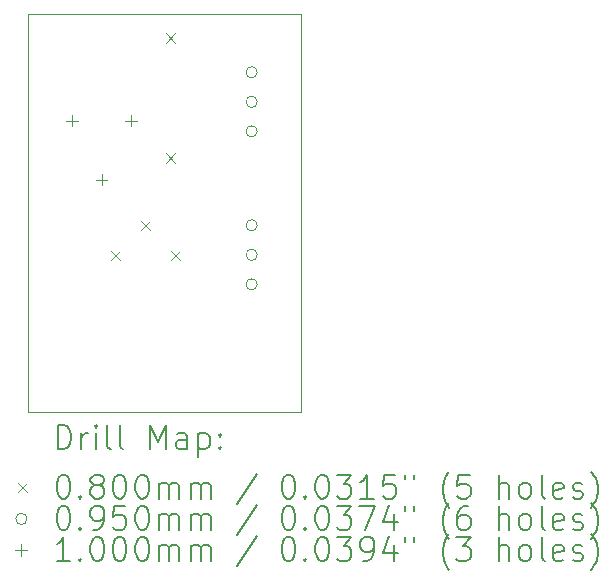
<source format=gbr>
%TF.GenerationSoftware,KiCad,Pcbnew,7.0.9*%
%TF.CreationDate,2024-01-10T21:16:13+01:00*%
%TF.ProjectId,TemperatureLM135,54656d70-6572-4617-9475-72654c4d3133,1.3*%
%TF.SameCoordinates,Original*%
%TF.FileFunction,Drillmap*%
%TF.FilePolarity,Positive*%
%FSLAX45Y45*%
G04 Gerber Fmt 4.5, Leading zero omitted, Abs format (unit mm)*
G04 Created by KiCad (PCBNEW 7.0.9) date 2024-01-10 21:16:13*
%MOMM*%
%LPD*%
G01*
G04 APERTURE LIST*
%ADD10C,0.100000*%
%ADD11C,0.200000*%
G04 APERTURE END LIST*
D10*
X5555150Y-1562100D02*
X7866550Y-1562100D01*
X7866550Y-4927600D01*
X5555150Y-4927600D01*
X5555150Y-1562100D01*
D11*
D10*
X6259200Y-3566800D02*
X6339200Y-3646800D01*
X6339200Y-3566800D02*
X6259200Y-3646800D01*
X6513200Y-3312800D02*
X6593200Y-3392800D01*
X6593200Y-3312800D02*
X6513200Y-3392800D01*
X6726350Y-1723300D02*
X6806350Y-1803300D01*
X6806350Y-1723300D02*
X6726350Y-1803300D01*
X6726350Y-2739300D02*
X6806350Y-2819300D01*
X6806350Y-2739300D02*
X6726350Y-2819300D01*
X6767200Y-3566800D02*
X6847200Y-3646800D01*
X6847200Y-3566800D02*
X6767200Y-3646800D01*
X7499650Y-2055400D02*
G75*
G03*
X7499650Y-2055400I-47500J0D01*
G01*
X7499650Y-2305400D02*
G75*
G03*
X7499650Y-2305400I-47500J0D01*
G01*
X7499650Y-2555400D02*
G75*
G03*
X7499650Y-2555400I-47500J0D01*
G01*
X7499650Y-3350800D02*
G75*
G03*
X7499650Y-3350800I-47500J0D01*
G01*
X7499650Y-3600800D02*
G75*
G03*
X7499650Y-3600800I-47500J0D01*
G01*
X7499650Y-3850800D02*
G75*
G03*
X7499650Y-3850800I-47500J0D01*
G01*
X5930900Y-2413800D02*
X5930900Y-2513800D01*
X5880900Y-2463800D02*
X5980900Y-2463800D01*
X6180900Y-2913800D02*
X6180900Y-3013800D01*
X6130900Y-2963800D02*
X6230900Y-2963800D01*
X6430900Y-2413800D02*
X6430900Y-2513800D01*
X6380900Y-2463800D02*
X6480900Y-2463800D01*
D11*
X5810927Y-5244084D02*
X5810927Y-5044084D01*
X5810927Y-5044084D02*
X5858546Y-5044084D01*
X5858546Y-5044084D02*
X5887117Y-5053608D01*
X5887117Y-5053608D02*
X5906165Y-5072655D01*
X5906165Y-5072655D02*
X5915689Y-5091703D01*
X5915689Y-5091703D02*
X5925212Y-5129798D01*
X5925212Y-5129798D02*
X5925212Y-5158370D01*
X5925212Y-5158370D02*
X5915689Y-5196465D01*
X5915689Y-5196465D02*
X5906165Y-5215512D01*
X5906165Y-5215512D02*
X5887117Y-5234560D01*
X5887117Y-5234560D02*
X5858546Y-5244084D01*
X5858546Y-5244084D02*
X5810927Y-5244084D01*
X6010927Y-5244084D02*
X6010927Y-5110750D01*
X6010927Y-5148846D02*
X6020451Y-5129798D01*
X6020451Y-5129798D02*
X6029974Y-5120274D01*
X6029974Y-5120274D02*
X6049022Y-5110750D01*
X6049022Y-5110750D02*
X6068070Y-5110750D01*
X6134736Y-5244084D02*
X6134736Y-5110750D01*
X6134736Y-5044084D02*
X6125212Y-5053608D01*
X6125212Y-5053608D02*
X6134736Y-5063131D01*
X6134736Y-5063131D02*
X6144260Y-5053608D01*
X6144260Y-5053608D02*
X6134736Y-5044084D01*
X6134736Y-5044084D02*
X6134736Y-5063131D01*
X6258546Y-5244084D02*
X6239498Y-5234560D01*
X6239498Y-5234560D02*
X6229974Y-5215512D01*
X6229974Y-5215512D02*
X6229974Y-5044084D01*
X6363308Y-5244084D02*
X6344260Y-5234560D01*
X6344260Y-5234560D02*
X6334736Y-5215512D01*
X6334736Y-5215512D02*
X6334736Y-5044084D01*
X6591879Y-5244084D02*
X6591879Y-5044084D01*
X6591879Y-5044084D02*
X6658546Y-5186941D01*
X6658546Y-5186941D02*
X6725212Y-5044084D01*
X6725212Y-5044084D02*
X6725212Y-5244084D01*
X6906165Y-5244084D02*
X6906165Y-5139322D01*
X6906165Y-5139322D02*
X6896641Y-5120274D01*
X6896641Y-5120274D02*
X6877593Y-5110750D01*
X6877593Y-5110750D02*
X6839498Y-5110750D01*
X6839498Y-5110750D02*
X6820451Y-5120274D01*
X6906165Y-5234560D02*
X6887117Y-5244084D01*
X6887117Y-5244084D02*
X6839498Y-5244084D01*
X6839498Y-5244084D02*
X6820451Y-5234560D01*
X6820451Y-5234560D02*
X6810927Y-5215512D01*
X6810927Y-5215512D02*
X6810927Y-5196465D01*
X6810927Y-5196465D02*
X6820451Y-5177417D01*
X6820451Y-5177417D02*
X6839498Y-5167893D01*
X6839498Y-5167893D02*
X6887117Y-5167893D01*
X6887117Y-5167893D02*
X6906165Y-5158370D01*
X7001403Y-5110750D02*
X7001403Y-5310750D01*
X7001403Y-5120274D02*
X7020451Y-5110750D01*
X7020451Y-5110750D02*
X7058546Y-5110750D01*
X7058546Y-5110750D02*
X7077593Y-5120274D01*
X7077593Y-5120274D02*
X7087117Y-5129798D01*
X7087117Y-5129798D02*
X7096641Y-5148846D01*
X7096641Y-5148846D02*
X7096641Y-5205989D01*
X7096641Y-5205989D02*
X7087117Y-5225036D01*
X7087117Y-5225036D02*
X7077593Y-5234560D01*
X7077593Y-5234560D02*
X7058546Y-5244084D01*
X7058546Y-5244084D02*
X7020451Y-5244084D01*
X7020451Y-5244084D02*
X7001403Y-5234560D01*
X7182355Y-5225036D02*
X7191879Y-5234560D01*
X7191879Y-5234560D02*
X7182355Y-5244084D01*
X7182355Y-5244084D02*
X7172832Y-5234560D01*
X7172832Y-5234560D02*
X7182355Y-5225036D01*
X7182355Y-5225036D02*
X7182355Y-5244084D01*
X7182355Y-5120274D02*
X7191879Y-5129798D01*
X7191879Y-5129798D02*
X7182355Y-5139322D01*
X7182355Y-5139322D02*
X7172832Y-5129798D01*
X7172832Y-5129798D02*
X7182355Y-5120274D01*
X7182355Y-5120274D02*
X7182355Y-5139322D01*
D10*
X5470150Y-5532600D02*
X5550150Y-5612600D01*
X5550150Y-5532600D02*
X5470150Y-5612600D01*
D11*
X5849022Y-5464084D02*
X5868070Y-5464084D01*
X5868070Y-5464084D02*
X5887117Y-5473608D01*
X5887117Y-5473608D02*
X5896641Y-5483131D01*
X5896641Y-5483131D02*
X5906165Y-5502179D01*
X5906165Y-5502179D02*
X5915689Y-5540274D01*
X5915689Y-5540274D02*
X5915689Y-5587893D01*
X5915689Y-5587893D02*
X5906165Y-5625988D01*
X5906165Y-5625988D02*
X5896641Y-5645036D01*
X5896641Y-5645036D02*
X5887117Y-5654560D01*
X5887117Y-5654560D02*
X5868070Y-5664084D01*
X5868070Y-5664084D02*
X5849022Y-5664084D01*
X5849022Y-5664084D02*
X5829974Y-5654560D01*
X5829974Y-5654560D02*
X5820451Y-5645036D01*
X5820451Y-5645036D02*
X5810927Y-5625988D01*
X5810927Y-5625988D02*
X5801403Y-5587893D01*
X5801403Y-5587893D02*
X5801403Y-5540274D01*
X5801403Y-5540274D02*
X5810927Y-5502179D01*
X5810927Y-5502179D02*
X5820451Y-5483131D01*
X5820451Y-5483131D02*
X5829974Y-5473608D01*
X5829974Y-5473608D02*
X5849022Y-5464084D01*
X6001403Y-5645036D02*
X6010927Y-5654560D01*
X6010927Y-5654560D02*
X6001403Y-5664084D01*
X6001403Y-5664084D02*
X5991879Y-5654560D01*
X5991879Y-5654560D02*
X6001403Y-5645036D01*
X6001403Y-5645036D02*
X6001403Y-5664084D01*
X6125212Y-5549798D02*
X6106165Y-5540274D01*
X6106165Y-5540274D02*
X6096641Y-5530750D01*
X6096641Y-5530750D02*
X6087117Y-5511703D01*
X6087117Y-5511703D02*
X6087117Y-5502179D01*
X6087117Y-5502179D02*
X6096641Y-5483131D01*
X6096641Y-5483131D02*
X6106165Y-5473608D01*
X6106165Y-5473608D02*
X6125212Y-5464084D01*
X6125212Y-5464084D02*
X6163308Y-5464084D01*
X6163308Y-5464084D02*
X6182355Y-5473608D01*
X6182355Y-5473608D02*
X6191879Y-5483131D01*
X6191879Y-5483131D02*
X6201403Y-5502179D01*
X6201403Y-5502179D02*
X6201403Y-5511703D01*
X6201403Y-5511703D02*
X6191879Y-5530750D01*
X6191879Y-5530750D02*
X6182355Y-5540274D01*
X6182355Y-5540274D02*
X6163308Y-5549798D01*
X6163308Y-5549798D02*
X6125212Y-5549798D01*
X6125212Y-5549798D02*
X6106165Y-5559322D01*
X6106165Y-5559322D02*
X6096641Y-5568846D01*
X6096641Y-5568846D02*
X6087117Y-5587893D01*
X6087117Y-5587893D02*
X6087117Y-5625988D01*
X6087117Y-5625988D02*
X6096641Y-5645036D01*
X6096641Y-5645036D02*
X6106165Y-5654560D01*
X6106165Y-5654560D02*
X6125212Y-5664084D01*
X6125212Y-5664084D02*
X6163308Y-5664084D01*
X6163308Y-5664084D02*
X6182355Y-5654560D01*
X6182355Y-5654560D02*
X6191879Y-5645036D01*
X6191879Y-5645036D02*
X6201403Y-5625988D01*
X6201403Y-5625988D02*
X6201403Y-5587893D01*
X6201403Y-5587893D02*
X6191879Y-5568846D01*
X6191879Y-5568846D02*
X6182355Y-5559322D01*
X6182355Y-5559322D02*
X6163308Y-5549798D01*
X6325212Y-5464084D02*
X6344260Y-5464084D01*
X6344260Y-5464084D02*
X6363308Y-5473608D01*
X6363308Y-5473608D02*
X6372832Y-5483131D01*
X6372832Y-5483131D02*
X6382355Y-5502179D01*
X6382355Y-5502179D02*
X6391879Y-5540274D01*
X6391879Y-5540274D02*
X6391879Y-5587893D01*
X6391879Y-5587893D02*
X6382355Y-5625988D01*
X6382355Y-5625988D02*
X6372832Y-5645036D01*
X6372832Y-5645036D02*
X6363308Y-5654560D01*
X6363308Y-5654560D02*
X6344260Y-5664084D01*
X6344260Y-5664084D02*
X6325212Y-5664084D01*
X6325212Y-5664084D02*
X6306165Y-5654560D01*
X6306165Y-5654560D02*
X6296641Y-5645036D01*
X6296641Y-5645036D02*
X6287117Y-5625988D01*
X6287117Y-5625988D02*
X6277593Y-5587893D01*
X6277593Y-5587893D02*
X6277593Y-5540274D01*
X6277593Y-5540274D02*
X6287117Y-5502179D01*
X6287117Y-5502179D02*
X6296641Y-5483131D01*
X6296641Y-5483131D02*
X6306165Y-5473608D01*
X6306165Y-5473608D02*
X6325212Y-5464084D01*
X6515689Y-5464084D02*
X6534736Y-5464084D01*
X6534736Y-5464084D02*
X6553784Y-5473608D01*
X6553784Y-5473608D02*
X6563308Y-5483131D01*
X6563308Y-5483131D02*
X6572832Y-5502179D01*
X6572832Y-5502179D02*
X6582355Y-5540274D01*
X6582355Y-5540274D02*
X6582355Y-5587893D01*
X6582355Y-5587893D02*
X6572832Y-5625988D01*
X6572832Y-5625988D02*
X6563308Y-5645036D01*
X6563308Y-5645036D02*
X6553784Y-5654560D01*
X6553784Y-5654560D02*
X6534736Y-5664084D01*
X6534736Y-5664084D02*
X6515689Y-5664084D01*
X6515689Y-5664084D02*
X6496641Y-5654560D01*
X6496641Y-5654560D02*
X6487117Y-5645036D01*
X6487117Y-5645036D02*
X6477593Y-5625988D01*
X6477593Y-5625988D02*
X6468070Y-5587893D01*
X6468070Y-5587893D02*
X6468070Y-5540274D01*
X6468070Y-5540274D02*
X6477593Y-5502179D01*
X6477593Y-5502179D02*
X6487117Y-5483131D01*
X6487117Y-5483131D02*
X6496641Y-5473608D01*
X6496641Y-5473608D02*
X6515689Y-5464084D01*
X6668070Y-5664084D02*
X6668070Y-5530750D01*
X6668070Y-5549798D02*
X6677593Y-5540274D01*
X6677593Y-5540274D02*
X6696641Y-5530750D01*
X6696641Y-5530750D02*
X6725213Y-5530750D01*
X6725213Y-5530750D02*
X6744260Y-5540274D01*
X6744260Y-5540274D02*
X6753784Y-5559322D01*
X6753784Y-5559322D02*
X6753784Y-5664084D01*
X6753784Y-5559322D02*
X6763308Y-5540274D01*
X6763308Y-5540274D02*
X6782355Y-5530750D01*
X6782355Y-5530750D02*
X6810927Y-5530750D01*
X6810927Y-5530750D02*
X6829974Y-5540274D01*
X6829974Y-5540274D02*
X6839498Y-5559322D01*
X6839498Y-5559322D02*
X6839498Y-5664084D01*
X6934736Y-5664084D02*
X6934736Y-5530750D01*
X6934736Y-5549798D02*
X6944260Y-5540274D01*
X6944260Y-5540274D02*
X6963308Y-5530750D01*
X6963308Y-5530750D02*
X6991879Y-5530750D01*
X6991879Y-5530750D02*
X7010927Y-5540274D01*
X7010927Y-5540274D02*
X7020451Y-5559322D01*
X7020451Y-5559322D02*
X7020451Y-5664084D01*
X7020451Y-5559322D02*
X7029974Y-5540274D01*
X7029974Y-5540274D02*
X7049022Y-5530750D01*
X7049022Y-5530750D02*
X7077593Y-5530750D01*
X7077593Y-5530750D02*
X7096641Y-5540274D01*
X7096641Y-5540274D02*
X7106165Y-5559322D01*
X7106165Y-5559322D02*
X7106165Y-5664084D01*
X7496641Y-5454560D02*
X7325213Y-5711703D01*
X7753784Y-5464084D02*
X7772832Y-5464084D01*
X7772832Y-5464084D02*
X7791879Y-5473608D01*
X7791879Y-5473608D02*
X7801403Y-5483131D01*
X7801403Y-5483131D02*
X7810927Y-5502179D01*
X7810927Y-5502179D02*
X7820451Y-5540274D01*
X7820451Y-5540274D02*
X7820451Y-5587893D01*
X7820451Y-5587893D02*
X7810927Y-5625988D01*
X7810927Y-5625988D02*
X7801403Y-5645036D01*
X7801403Y-5645036D02*
X7791879Y-5654560D01*
X7791879Y-5654560D02*
X7772832Y-5664084D01*
X7772832Y-5664084D02*
X7753784Y-5664084D01*
X7753784Y-5664084D02*
X7734736Y-5654560D01*
X7734736Y-5654560D02*
X7725213Y-5645036D01*
X7725213Y-5645036D02*
X7715689Y-5625988D01*
X7715689Y-5625988D02*
X7706165Y-5587893D01*
X7706165Y-5587893D02*
X7706165Y-5540274D01*
X7706165Y-5540274D02*
X7715689Y-5502179D01*
X7715689Y-5502179D02*
X7725213Y-5483131D01*
X7725213Y-5483131D02*
X7734736Y-5473608D01*
X7734736Y-5473608D02*
X7753784Y-5464084D01*
X7906165Y-5645036D02*
X7915689Y-5654560D01*
X7915689Y-5654560D02*
X7906165Y-5664084D01*
X7906165Y-5664084D02*
X7896641Y-5654560D01*
X7896641Y-5654560D02*
X7906165Y-5645036D01*
X7906165Y-5645036D02*
X7906165Y-5664084D01*
X8039498Y-5464084D02*
X8058546Y-5464084D01*
X8058546Y-5464084D02*
X8077594Y-5473608D01*
X8077594Y-5473608D02*
X8087117Y-5483131D01*
X8087117Y-5483131D02*
X8096641Y-5502179D01*
X8096641Y-5502179D02*
X8106165Y-5540274D01*
X8106165Y-5540274D02*
X8106165Y-5587893D01*
X8106165Y-5587893D02*
X8096641Y-5625988D01*
X8096641Y-5625988D02*
X8087117Y-5645036D01*
X8087117Y-5645036D02*
X8077594Y-5654560D01*
X8077594Y-5654560D02*
X8058546Y-5664084D01*
X8058546Y-5664084D02*
X8039498Y-5664084D01*
X8039498Y-5664084D02*
X8020451Y-5654560D01*
X8020451Y-5654560D02*
X8010927Y-5645036D01*
X8010927Y-5645036D02*
X8001403Y-5625988D01*
X8001403Y-5625988D02*
X7991879Y-5587893D01*
X7991879Y-5587893D02*
X7991879Y-5540274D01*
X7991879Y-5540274D02*
X8001403Y-5502179D01*
X8001403Y-5502179D02*
X8010927Y-5483131D01*
X8010927Y-5483131D02*
X8020451Y-5473608D01*
X8020451Y-5473608D02*
X8039498Y-5464084D01*
X8172832Y-5464084D02*
X8296641Y-5464084D01*
X8296641Y-5464084D02*
X8229975Y-5540274D01*
X8229975Y-5540274D02*
X8258546Y-5540274D01*
X8258546Y-5540274D02*
X8277594Y-5549798D01*
X8277594Y-5549798D02*
X8287117Y-5559322D01*
X8287117Y-5559322D02*
X8296641Y-5578370D01*
X8296641Y-5578370D02*
X8296641Y-5625988D01*
X8296641Y-5625988D02*
X8287117Y-5645036D01*
X8287117Y-5645036D02*
X8277594Y-5654560D01*
X8277594Y-5654560D02*
X8258546Y-5664084D01*
X8258546Y-5664084D02*
X8201403Y-5664084D01*
X8201403Y-5664084D02*
X8182356Y-5654560D01*
X8182356Y-5654560D02*
X8172832Y-5645036D01*
X8487118Y-5664084D02*
X8372832Y-5664084D01*
X8429975Y-5664084D02*
X8429975Y-5464084D01*
X8429975Y-5464084D02*
X8410927Y-5492655D01*
X8410927Y-5492655D02*
X8391879Y-5511703D01*
X8391879Y-5511703D02*
X8372832Y-5521227D01*
X8668070Y-5464084D02*
X8572832Y-5464084D01*
X8572832Y-5464084D02*
X8563308Y-5559322D01*
X8563308Y-5559322D02*
X8572832Y-5549798D01*
X8572832Y-5549798D02*
X8591879Y-5540274D01*
X8591879Y-5540274D02*
X8639499Y-5540274D01*
X8639499Y-5540274D02*
X8658546Y-5549798D01*
X8658546Y-5549798D02*
X8668070Y-5559322D01*
X8668070Y-5559322D02*
X8677594Y-5578370D01*
X8677594Y-5578370D02*
X8677594Y-5625988D01*
X8677594Y-5625988D02*
X8668070Y-5645036D01*
X8668070Y-5645036D02*
X8658546Y-5654560D01*
X8658546Y-5654560D02*
X8639499Y-5664084D01*
X8639499Y-5664084D02*
X8591879Y-5664084D01*
X8591879Y-5664084D02*
X8572832Y-5654560D01*
X8572832Y-5654560D02*
X8563308Y-5645036D01*
X8753784Y-5464084D02*
X8753784Y-5502179D01*
X8829975Y-5464084D02*
X8829975Y-5502179D01*
X9125213Y-5740274D02*
X9115689Y-5730750D01*
X9115689Y-5730750D02*
X9096641Y-5702179D01*
X9096641Y-5702179D02*
X9087118Y-5683131D01*
X9087118Y-5683131D02*
X9077594Y-5654560D01*
X9077594Y-5654560D02*
X9068070Y-5606941D01*
X9068070Y-5606941D02*
X9068070Y-5568846D01*
X9068070Y-5568846D02*
X9077594Y-5521227D01*
X9077594Y-5521227D02*
X9087118Y-5492655D01*
X9087118Y-5492655D02*
X9096641Y-5473608D01*
X9096641Y-5473608D02*
X9115689Y-5445036D01*
X9115689Y-5445036D02*
X9125213Y-5435512D01*
X9296641Y-5464084D02*
X9201403Y-5464084D01*
X9201403Y-5464084D02*
X9191880Y-5559322D01*
X9191880Y-5559322D02*
X9201403Y-5549798D01*
X9201403Y-5549798D02*
X9220451Y-5540274D01*
X9220451Y-5540274D02*
X9268070Y-5540274D01*
X9268070Y-5540274D02*
X9287118Y-5549798D01*
X9287118Y-5549798D02*
X9296641Y-5559322D01*
X9296641Y-5559322D02*
X9306165Y-5578370D01*
X9306165Y-5578370D02*
X9306165Y-5625988D01*
X9306165Y-5625988D02*
X9296641Y-5645036D01*
X9296641Y-5645036D02*
X9287118Y-5654560D01*
X9287118Y-5654560D02*
X9268070Y-5664084D01*
X9268070Y-5664084D02*
X9220451Y-5664084D01*
X9220451Y-5664084D02*
X9201403Y-5654560D01*
X9201403Y-5654560D02*
X9191880Y-5645036D01*
X9544261Y-5664084D02*
X9544261Y-5464084D01*
X9629975Y-5664084D02*
X9629975Y-5559322D01*
X9629975Y-5559322D02*
X9620451Y-5540274D01*
X9620451Y-5540274D02*
X9601403Y-5530750D01*
X9601403Y-5530750D02*
X9572832Y-5530750D01*
X9572832Y-5530750D02*
X9553784Y-5540274D01*
X9553784Y-5540274D02*
X9544261Y-5549798D01*
X9753784Y-5664084D02*
X9734737Y-5654560D01*
X9734737Y-5654560D02*
X9725213Y-5645036D01*
X9725213Y-5645036D02*
X9715689Y-5625988D01*
X9715689Y-5625988D02*
X9715689Y-5568846D01*
X9715689Y-5568846D02*
X9725213Y-5549798D01*
X9725213Y-5549798D02*
X9734737Y-5540274D01*
X9734737Y-5540274D02*
X9753784Y-5530750D01*
X9753784Y-5530750D02*
X9782356Y-5530750D01*
X9782356Y-5530750D02*
X9801403Y-5540274D01*
X9801403Y-5540274D02*
X9810927Y-5549798D01*
X9810927Y-5549798D02*
X9820451Y-5568846D01*
X9820451Y-5568846D02*
X9820451Y-5625988D01*
X9820451Y-5625988D02*
X9810927Y-5645036D01*
X9810927Y-5645036D02*
X9801403Y-5654560D01*
X9801403Y-5654560D02*
X9782356Y-5664084D01*
X9782356Y-5664084D02*
X9753784Y-5664084D01*
X9934737Y-5664084D02*
X9915689Y-5654560D01*
X9915689Y-5654560D02*
X9906165Y-5635512D01*
X9906165Y-5635512D02*
X9906165Y-5464084D01*
X10087118Y-5654560D02*
X10068070Y-5664084D01*
X10068070Y-5664084D02*
X10029975Y-5664084D01*
X10029975Y-5664084D02*
X10010927Y-5654560D01*
X10010927Y-5654560D02*
X10001403Y-5635512D01*
X10001403Y-5635512D02*
X10001403Y-5559322D01*
X10001403Y-5559322D02*
X10010927Y-5540274D01*
X10010927Y-5540274D02*
X10029975Y-5530750D01*
X10029975Y-5530750D02*
X10068070Y-5530750D01*
X10068070Y-5530750D02*
X10087118Y-5540274D01*
X10087118Y-5540274D02*
X10096642Y-5559322D01*
X10096642Y-5559322D02*
X10096642Y-5578370D01*
X10096642Y-5578370D02*
X10001403Y-5597417D01*
X10172832Y-5654560D02*
X10191880Y-5664084D01*
X10191880Y-5664084D02*
X10229975Y-5664084D01*
X10229975Y-5664084D02*
X10249023Y-5654560D01*
X10249023Y-5654560D02*
X10258546Y-5635512D01*
X10258546Y-5635512D02*
X10258546Y-5625988D01*
X10258546Y-5625988D02*
X10249023Y-5606941D01*
X10249023Y-5606941D02*
X10229975Y-5597417D01*
X10229975Y-5597417D02*
X10201403Y-5597417D01*
X10201403Y-5597417D02*
X10182356Y-5587893D01*
X10182356Y-5587893D02*
X10172832Y-5568846D01*
X10172832Y-5568846D02*
X10172832Y-5559322D01*
X10172832Y-5559322D02*
X10182356Y-5540274D01*
X10182356Y-5540274D02*
X10201403Y-5530750D01*
X10201403Y-5530750D02*
X10229975Y-5530750D01*
X10229975Y-5530750D02*
X10249023Y-5540274D01*
X10325213Y-5740274D02*
X10334737Y-5730750D01*
X10334737Y-5730750D02*
X10353784Y-5702179D01*
X10353784Y-5702179D02*
X10363308Y-5683131D01*
X10363308Y-5683131D02*
X10372832Y-5654560D01*
X10372832Y-5654560D02*
X10382356Y-5606941D01*
X10382356Y-5606941D02*
X10382356Y-5568846D01*
X10382356Y-5568846D02*
X10372832Y-5521227D01*
X10372832Y-5521227D02*
X10363308Y-5492655D01*
X10363308Y-5492655D02*
X10353784Y-5473608D01*
X10353784Y-5473608D02*
X10334737Y-5445036D01*
X10334737Y-5445036D02*
X10325213Y-5435512D01*
D10*
X5550150Y-5836600D02*
G75*
G03*
X5550150Y-5836600I-47500J0D01*
G01*
D11*
X5849022Y-5728084D02*
X5868070Y-5728084D01*
X5868070Y-5728084D02*
X5887117Y-5737608D01*
X5887117Y-5737608D02*
X5896641Y-5747131D01*
X5896641Y-5747131D02*
X5906165Y-5766179D01*
X5906165Y-5766179D02*
X5915689Y-5804274D01*
X5915689Y-5804274D02*
X5915689Y-5851893D01*
X5915689Y-5851893D02*
X5906165Y-5889988D01*
X5906165Y-5889988D02*
X5896641Y-5909036D01*
X5896641Y-5909036D02*
X5887117Y-5918560D01*
X5887117Y-5918560D02*
X5868070Y-5928084D01*
X5868070Y-5928084D02*
X5849022Y-5928084D01*
X5849022Y-5928084D02*
X5829974Y-5918560D01*
X5829974Y-5918560D02*
X5820451Y-5909036D01*
X5820451Y-5909036D02*
X5810927Y-5889988D01*
X5810927Y-5889988D02*
X5801403Y-5851893D01*
X5801403Y-5851893D02*
X5801403Y-5804274D01*
X5801403Y-5804274D02*
X5810927Y-5766179D01*
X5810927Y-5766179D02*
X5820451Y-5747131D01*
X5820451Y-5747131D02*
X5829974Y-5737608D01*
X5829974Y-5737608D02*
X5849022Y-5728084D01*
X6001403Y-5909036D02*
X6010927Y-5918560D01*
X6010927Y-5918560D02*
X6001403Y-5928084D01*
X6001403Y-5928084D02*
X5991879Y-5918560D01*
X5991879Y-5918560D02*
X6001403Y-5909036D01*
X6001403Y-5909036D02*
X6001403Y-5928084D01*
X6106165Y-5928084D02*
X6144260Y-5928084D01*
X6144260Y-5928084D02*
X6163308Y-5918560D01*
X6163308Y-5918560D02*
X6172832Y-5909036D01*
X6172832Y-5909036D02*
X6191879Y-5880465D01*
X6191879Y-5880465D02*
X6201403Y-5842369D01*
X6201403Y-5842369D02*
X6201403Y-5766179D01*
X6201403Y-5766179D02*
X6191879Y-5747131D01*
X6191879Y-5747131D02*
X6182355Y-5737608D01*
X6182355Y-5737608D02*
X6163308Y-5728084D01*
X6163308Y-5728084D02*
X6125212Y-5728084D01*
X6125212Y-5728084D02*
X6106165Y-5737608D01*
X6106165Y-5737608D02*
X6096641Y-5747131D01*
X6096641Y-5747131D02*
X6087117Y-5766179D01*
X6087117Y-5766179D02*
X6087117Y-5813798D01*
X6087117Y-5813798D02*
X6096641Y-5832846D01*
X6096641Y-5832846D02*
X6106165Y-5842369D01*
X6106165Y-5842369D02*
X6125212Y-5851893D01*
X6125212Y-5851893D02*
X6163308Y-5851893D01*
X6163308Y-5851893D02*
X6182355Y-5842369D01*
X6182355Y-5842369D02*
X6191879Y-5832846D01*
X6191879Y-5832846D02*
X6201403Y-5813798D01*
X6382355Y-5728084D02*
X6287117Y-5728084D01*
X6287117Y-5728084D02*
X6277593Y-5823322D01*
X6277593Y-5823322D02*
X6287117Y-5813798D01*
X6287117Y-5813798D02*
X6306165Y-5804274D01*
X6306165Y-5804274D02*
X6353784Y-5804274D01*
X6353784Y-5804274D02*
X6372832Y-5813798D01*
X6372832Y-5813798D02*
X6382355Y-5823322D01*
X6382355Y-5823322D02*
X6391879Y-5842369D01*
X6391879Y-5842369D02*
X6391879Y-5889988D01*
X6391879Y-5889988D02*
X6382355Y-5909036D01*
X6382355Y-5909036D02*
X6372832Y-5918560D01*
X6372832Y-5918560D02*
X6353784Y-5928084D01*
X6353784Y-5928084D02*
X6306165Y-5928084D01*
X6306165Y-5928084D02*
X6287117Y-5918560D01*
X6287117Y-5918560D02*
X6277593Y-5909036D01*
X6515689Y-5728084D02*
X6534736Y-5728084D01*
X6534736Y-5728084D02*
X6553784Y-5737608D01*
X6553784Y-5737608D02*
X6563308Y-5747131D01*
X6563308Y-5747131D02*
X6572832Y-5766179D01*
X6572832Y-5766179D02*
X6582355Y-5804274D01*
X6582355Y-5804274D02*
X6582355Y-5851893D01*
X6582355Y-5851893D02*
X6572832Y-5889988D01*
X6572832Y-5889988D02*
X6563308Y-5909036D01*
X6563308Y-5909036D02*
X6553784Y-5918560D01*
X6553784Y-5918560D02*
X6534736Y-5928084D01*
X6534736Y-5928084D02*
X6515689Y-5928084D01*
X6515689Y-5928084D02*
X6496641Y-5918560D01*
X6496641Y-5918560D02*
X6487117Y-5909036D01*
X6487117Y-5909036D02*
X6477593Y-5889988D01*
X6477593Y-5889988D02*
X6468070Y-5851893D01*
X6468070Y-5851893D02*
X6468070Y-5804274D01*
X6468070Y-5804274D02*
X6477593Y-5766179D01*
X6477593Y-5766179D02*
X6487117Y-5747131D01*
X6487117Y-5747131D02*
X6496641Y-5737608D01*
X6496641Y-5737608D02*
X6515689Y-5728084D01*
X6668070Y-5928084D02*
X6668070Y-5794750D01*
X6668070Y-5813798D02*
X6677593Y-5804274D01*
X6677593Y-5804274D02*
X6696641Y-5794750D01*
X6696641Y-5794750D02*
X6725213Y-5794750D01*
X6725213Y-5794750D02*
X6744260Y-5804274D01*
X6744260Y-5804274D02*
X6753784Y-5823322D01*
X6753784Y-5823322D02*
X6753784Y-5928084D01*
X6753784Y-5823322D02*
X6763308Y-5804274D01*
X6763308Y-5804274D02*
X6782355Y-5794750D01*
X6782355Y-5794750D02*
X6810927Y-5794750D01*
X6810927Y-5794750D02*
X6829974Y-5804274D01*
X6829974Y-5804274D02*
X6839498Y-5823322D01*
X6839498Y-5823322D02*
X6839498Y-5928084D01*
X6934736Y-5928084D02*
X6934736Y-5794750D01*
X6934736Y-5813798D02*
X6944260Y-5804274D01*
X6944260Y-5804274D02*
X6963308Y-5794750D01*
X6963308Y-5794750D02*
X6991879Y-5794750D01*
X6991879Y-5794750D02*
X7010927Y-5804274D01*
X7010927Y-5804274D02*
X7020451Y-5823322D01*
X7020451Y-5823322D02*
X7020451Y-5928084D01*
X7020451Y-5823322D02*
X7029974Y-5804274D01*
X7029974Y-5804274D02*
X7049022Y-5794750D01*
X7049022Y-5794750D02*
X7077593Y-5794750D01*
X7077593Y-5794750D02*
X7096641Y-5804274D01*
X7096641Y-5804274D02*
X7106165Y-5823322D01*
X7106165Y-5823322D02*
X7106165Y-5928084D01*
X7496641Y-5718560D02*
X7325213Y-5975703D01*
X7753784Y-5728084D02*
X7772832Y-5728084D01*
X7772832Y-5728084D02*
X7791879Y-5737608D01*
X7791879Y-5737608D02*
X7801403Y-5747131D01*
X7801403Y-5747131D02*
X7810927Y-5766179D01*
X7810927Y-5766179D02*
X7820451Y-5804274D01*
X7820451Y-5804274D02*
X7820451Y-5851893D01*
X7820451Y-5851893D02*
X7810927Y-5889988D01*
X7810927Y-5889988D02*
X7801403Y-5909036D01*
X7801403Y-5909036D02*
X7791879Y-5918560D01*
X7791879Y-5918560D02*
X7772832Y-5928084D01*
X7772832Y-5928084D02*
X7753784Y-5928084D01*
X7753784Y-5928084D02*
X7734736Y-5918560D01*
X7734736Y-5918560D02*
X7725213Y-5909036D01*
X7725213Y-5909036D02*
X7715689Y-5889988D01*
X7715689Y-5889988D02*
X7706165Y-5851893D01*
X7706165Y-5851893D02*
X7706165Y-5804274D01*
X7706165Y-5804274D02*
X7715689Y-5766179D01*
X7715689Y-5766179D02*
X7725213Y-5747131D01*
X7725213Y-5747131D02*
X7734736Y-5737608D01*
X7734736Y-5737608D02*
X7753784Y-5728084D01*
X7906165Y-5909036D02*
X7915689Y-5918560D01*
X7915689Y-5918560D02*
X7906165Y-5928084D01*
X7906165Y-5928084D02*
X7896641Y-5918560D01*
X7896641Y-5918560D02*
X7906165Y-5909036D01*
X7906165Y-5909036D02*
X7906165Y-5928084D01*
X8039498Y-5728084D02*
X8058546Y-5728084D01*
X8058546Y-5728084D02*
X8077594Y-5737608D01*
X8077594Y-5737608D02*
X8087117Y-5747131D01*
X8087117Y-5747131D02*
X8096641Y-5766179D01*
X8096641Y-5766179D02*
X8106165Y-5804274D01*
X8106165Y-5804274D02*
X8106165Y-5851893D01*
X8106165Y-5851893D02*
X8096641Y-5889988D01*
X8096641Y-5889988D02*
X8087117Y-5909036D01*
X8087117Y-5909036D02*
X8077594Y-5918560D01*
X8077594Y-5918560D02*
X8058546Y-5928084D01*
X8058546Y-5928084D02*
X8039498Y-5928084D01*
X8039498Y-5928084D02*
X8020451Y-5918560D01*
X8020451Y-5918560D02*
X8010927Y-5909036D01*
X8010927Y-5909036D02*
X8001403Y-5889988D01*
X8001403Y-5889988D02*
X7991879Y-5851893D01*
X7991879Y-5851893D02*
X7991879Y-5804274D01*
X7991879Y-5804274D02*
X8001403Y-5766179D01*
X8001403Y-5766179D02*
X8010927Y-5747131D01*
X8010927Y-5747131D02*
X8020451Y-5737608D01*
X8020451Y-5737608D02*
X8039498Y-5728084D01*
X8172832Y-5728084D02*
X8296641Y-5728084D01*
X8296641Y-5728084D02*
X8229975Y-5804274D01*
X8229975Y-5804274D02*
X8258546Y-5804274D01*
X8258546Y-5804274D02*
X8277594Y-5813798D01*
X8277594Y-5813798D02*
X8287117Y-5823322D01*
X8287117Y-5823322D02*
X8296641Y-5842369D01*
X8296641Y-5842369D02*
X8296641Y-5889988D01*
X8296641Y-5889988D02*
X8287117Y-5909036D01*
X8287117Y-5909036D02*
X8277594Y-5918560D01*
X8277594Y-5918560D02*
X8258546Y-5928084D01*
X8258546Y-5928084D02*
X8201403Y-5928084D01*
X8201403Y-5928084D02*
X8182356Y-5918560D01*
X8182356Y-5918560D02*
X8172832Y-5909036D01*
X8363308Y-5728084D02*
X8496641Y-5728084D01*
X8496641Y-5728084D02*
X8410927Y-5928084D01*
X8658546Y-5794750D02*
X8658546Y-5928084D01*
X8610927Y-5718560D02*
X8563308Y-5861417D01*
X8563308Y-5861417D02*
X8687118Y-5861417D01*
X8753784Y-5728084D02*
X8753784Y-5766179D01*
X8829975Y-5728084D02*
X8829975Y-5766179D01*
X9125213Y-6004274D02*
X9115689Y-5994750D01*
X9115689Y-5994750D02*
X9096641Y-5966179D01*
X9096641Y-5966179D02*
X9087118Y-5947131D01*
X9087118Y-5947131D02*
X9077594Y-5918560D01*
X9077594Y-5918560D02*
X9068070Y-5870941D01*
X9068070Y-5870941D02*
X9068070Y-5832846D01*
X9068070Y-5832846D02*
X9077594Y-5785227D01*
X9077594Y-5785227D02*
X9087118Y-5756655D01*
X9087118Y-5756655D02*
X9096641Y-5737608D01*
X9096641Y-5737608D02*
X9115689Y-5709036D01*
X9115689Y-5709036D02*
X9125213Y-5699512D01*
X9287118Y-5728084D02*
X9249022Y-5728084D01*
X9249022Y-5728084D02*
X9229975Y-5737608D01*
X9229975Y-5737608D02*
X9220451Y-5747131D01*
X9220451Y-5747131D02*
X9201403Y-5775703D01*
X9201403Y-5775703D02*
X9191880Y-5813798D01*
X9191880Y-5813798D02*
X9191880Y-5889988D01*
X9191880Y-5889988D02*
X9201403Y-5909036D01*
X9201403Y-5909036D02*
X9210927Y-5918560D01*
X9210927Y-5918560D02*
X9229975Y-5928084D01*
X9229975Y-5928084D02*
X9268070Y-5928084D01*
X9268070Y-5928084D02*
X9287118Y-5918560D01*
X9287118Y-5918560D02*
X9296641Y-5909036D01*
X9296641Y-5909036D02*
X9306165Y-5889988D01*
X9306165Y-5889988D02*
X9306165Y-5842369D01*
X9306165Y-5842369D02*
X9296641Y-5823322D01*
X9296641Y-5823322D02*
X9287118Y-5813798D01*
X9287118Y-5813798D02*
X9268070Y-5804274D01*
X9268070Y-5804274D02*
X9229975Y-5804274D01*
X9229975Y-5804274D02*
X9210927Y-5813798D01*
X9210927Y-5813798D02*
X9201403Y-5823322D01*
X9201403Y-5823322D02*
X9191880Y-5842369D01*
X9544261Y-5928084D02*
X9544261Y-5728084D01*
X9629975Y-5928084D02*
X9629975Y-5823322D01*
X9629975Y-5823322D02*
X9620451Y-5804274D01*
X9620451Y-5804274D02*
X9601403Y-5794750D01*
X9601403Y-5794750D02*
X9572832Y-5794750D01*
X9572832Y-5794750D02*
X9553784Y-5804274D01*
X9553784Y-5804274D02*
X9544261Y-5813798D01*
X9753784Y-5928084D02*
X9734737Y-5918560D01*
X9734737Y-5918560D02*
X9725213Y-5909036D01*
X9725213Y-5909036D02*
X9715689Y-5889988D01*
X9715689Y-5889988D02*
X9715689Y-5832846D01*
X9715689Y-5832846D02*
X9725213Y-5813798D01*
X9725213Y-5813798D02*
X9734737Y-5804274D01*
X9734737Y-5804274D02*
X9753784Y-5794750D01*
X9753784Y-5794750D02*
X9782356Y-5794750D01*
X9782356Y-5794750D02*
X9801403Y-5804274D01*
X9801403Y-5804274D02*
X9810927Y-5813798D01*
X9810927Y-5813798D02*
X9820451Y-5832846D01*
X9820451Y-5832846D02*
X9820451Y-5889988D01*
X9820451Y-5889988D02*
X9810927Y-5909036D01*
X9810927Y-5909036D02*
X9801403Y-5918560D01*
X9801403Y-5918560D02*
X9782356Y-5928084D01*
X9782356Y-5928084D02*
X9753784Y-5928084D01*
X9934737Y-5928084D02*
X9915689Y-5918560D01*
X9915689Y-5918560D02*
X9906165Y-5899512D01*
X9906165Y-5899512D02*
X9906165Y-5728084D01*
X10087118Y-5918560D02*
X10068070Y-5928084D01*
X10068070Y-5928084D02*
X10029975Y-5928084D01*
X10029975Y-5928084D02*
X10010927Y-5918560D01*
X10010927Y-5918560D02*
X10001403Y-5899512D01*
X10001403Y-5899512D02*
X10001403Y-5823322D01*
X10001403Y-5823322D02*
X10010927Y-5804274D01*
X10010927Y-5804274D02*
X10029975Y-5794750D01*
X10029975Y-5794750D02*
X10068070Y-5794750D01*
X10068070Y-5794750D02*
X10087118Y-5804274D01*
X10087118Y-5804274D02*
X10096642Y-5823322D01*
X10096642Y-5823322D02*
X10096642Y-5842369D01*
X10096642Y-5842369D02*
X10001403Y-5861417D01*
X10172832Y-5918560D02*
X10191880Y-5928084D01*
X10191880Y-5928084D02*
X10229975Y-5928084D01*
X10229975Y-5928084D02*
X10249023Y-5918560D01*
X10249023Y-5918560D02*
X10258546Y-5899512D01*
X10258546Y-5899512D02*
X10258546Y-5889988D01*
X10258546Y-5889988D02*
X10249023Y-5870941D01*
X10249023Y-5870941D02*
X10229975Y-5861417D01*
X10229975Y-5861417D02*
X10201403Y-5861417D01*
X10201403Y-5861417D02*
X10182356Y-5851893D01*
X10182356Y-5851893D02*
X10172832Y-5832846D01*
X10172832Y-5832846D02*
X10172832Y-5823322D01*
X10172832Y-5823322D02*
X10182356Y-5804274D01*
X10182356Y-5804274D02*
X10201403Y-5794750D01*
X10201403Y-5794750D02*
X10229975Y-5794750D01*
X10229975Y-5794750D02*
X10249023Y-5804274D01*
X10325213Y-6004274D02*
X10334737Y-5994750D01*
X10334737Y-5994750D02*
X10353784Y-5966179D01*
X10353784Y-5966179D02*
X10363308Y-5947131D01*
X10363308Y-5947131D02*
X10372832Y-5918560D01*
X10372832Y-5918560D02*
X10382356Y-5870941D01*
X10382356Y-5870941D02*
X10382356Y-5832846D01*
X10382356Y-5832846D02*
X10372832Y-5785227D01*
X10372832Y-5785227D02*
X10363308Y-5756655D01*
X10363308Y-5756655D02*
X10353784Y-5737608D01*
X10353784Y-5737608D02*
X10334737Y-5709036D01*
X10334737Y-5709036D02*
X10325213Y-5699512D01*
D10*
X5500150Y-6050600D02*
X5500150Y-6150600D01*
X5450150Y-6100600D02*
X5550150Y-6100600D01*
D11*
X5915689Y-6192084D02*
X5801403Y-6192084D01*
X5858546Y-6192084D02*
X5858546Y-5992084D01*
X5858546Y-5992084D02*
X5839498Y-6020655D01*
X5839498Y-6020655D02*
X5820451Y-6039703D01*
X5820451Y-6039703D02*
X5801403Y-6049227D01*
X6001403Y-6173036D02*
X6010927Y-6182560D01*
X6010927Y-6182560D02*
X6001403Y-6192084D01*
X6001403Y-6192084D02*
X5991879Y-6182560D01*
X5991879Y-6182560D02*
X6001403Y-6173036D01*
X6001403Y-6173036D02*
X6001403Y-6192084D01*
X6134736Y-5992084D02*
X6153784Y-5992084D01*
X6153784Y-5992084D02*
X6172832Y-6001608D01*
X6172832Y-6001608D02*
X6182355Y-6011131D01*
X6182355Y-6011131D02*
X6191879Y-6030179D01*
X6191879Y-6030179D02*
X6201403Y-6068274D01*
X6201403Y-6068274D02*
X6201403Y-6115893D01*
X6201403Y-6115893D02*
X6191879Y-6153988D01*
X6191879Y-6153988D02*
X6182355Y-6173036D01*
X6182355Y-6173036D02*
X6172832Y-6182560D01*
X6172832Y-6182560D02*
X6153784Y-6192084D01*
X6153784Y-6192084D02*
X6134736Y-6192084D01*
X6134736Y-6192084D02*
X6115689Y-6182560D01*
X6115689Y-6182560D02*
X6106165Y-6173036D01*
X6106165Y-6173036D02*
X6096641Y-6153988D01*
X6096641Y-6153988D02*
X6087117Y-6115893D01*
X6087117Y-6115893D02*
X6087117Y-6068274D01*
X6087117Y-6068274D02*
X6096641Y-6030179D01*
X6096641Y-6030179D02*
X6106165Y-6011131D01*
X6106165Y-6011131D02*
X6115689Y-6001608D01*
X6115689Y-6001608D02*
X6134736Y-5992084D01*
X6325212Y-5992084D02*
X6344260Y-5992084D01*
X6344260Y-5992084D02*
X6363308Y-6001608D01*
X6363308Y-6001608D02*
X6372832Y-6011131D01*
X6372832Y-6011131D02*
X6382355Y-6030179D01*
X6382355Y-6030179D02*
X6391879Y-6068274D01*
X6391879Y-6068274D02*
X6391879Y-6115893D01*
X6391879Y-6115893D02*
X6382355Y-6153988D01*
X6382355Y-6153988D02*
X6372832Y-6173036D01*
X6372832Y-6173036D02*
X6363308Y-6182560D01*
X6363308Y-6182560D02*
X6344260Y-6192084D01*
X6344260Y-6192084D02*
X6325212Y-6192084D01*
X6325212Y-6192084D02*
X6306165Y-6182560D01*
X6306165Y-6182560D02*
X6296641Y-6173036D01*
X6296641Y-6173036D02*
X6287117Y-6153988D01*
X6287117Y-6153988D02*
X6277593Y-6115893D01*
X6277593Y-6115893D02*
X6277593Y-6068274D01*
X6277593Y-6068274D02*
X6287117Y-6030179D01*
X6287117Y-6030179D02*
X6296641Y-6011131D01*
X6296641Y-6011131D02*
X6306165Y-6001608D01*
X6306165Y-6001608D02*
X6325212Y-5992084D01*
X6515689Y-5992084D02*
X6534736Y-5992084D01*
X6534736Y-5992084D02*
X6553784Y-6001608D01*
X6553784Y-6001608D02*
X6563308Y-6011131D01*
X6563308Y-6011131D02*
X6572832Y-6030179D01*
X6572832Y-6030179D02*
X6582355Y-6068274D01*
X6582355Y-6068274D02*
X6582355Y-6115893D01*
X6582355Y-6115893D02*
X6572832Y-6153988D01*
X6572832Y-6153988D02*
X6563308Y-6173036D01*
X6563308Y-6173036D02*
X6553784Y-6182560D01*
X6553784Y-6182560D02*
X6534736Y-6192084D01*
X6534736Y-6192084D02*
X6515689Y-6192084D01*
X6515689Y-6192084D02*
X6496641Y-6182560D01*
X6496641Y-6182560D02*
X6487117Y-6173036D01*
X6487117Y-6173036D02*
X6477593Y-6153988D01*
X6477593Y-6153988D02*
X6468070Y-6115893D01*
X6468070Y-6115893D02*
X6468070Y-6068274D01*
X6468070Y-6068274D02*
X6477593Y-6030179D01*
X6477593Y-6030179D02*
X6487117Y-6011131D01*
X6487117Y-6011131D02*
X6496641Y-6001608D01*
X6496641Y-6001608D02*
X6515689Y-5992084D01*
X6668070Y-6192084D02*
X6668070Y-6058750D01*
X6668070Y-6077798D02*
X6677593Y-6068274D01*
X6677593Y-6068274D02*
X6696641Y-6058750D01*
X6696641Y-6058750D02*
X6725213Y-6058750D01*
X6725213Y-6058750D02*
X6744260Y-6068274D01*
X6744260Y-6068274D02*
X6753784Y-6087322D01*
X6753784Y-6087322D02*
X6753784Y-6192084D01*
X6753784Y-6087322D02*
X6763308Y-6068274D01*
X6763308Y-6068274D02*
X6782355Y-6058750D01*
X6782355Y-6058750D02*
X6810927Y-6058750D01*
X6810927Y-6058750D02*
X6829974Y-6068274D01*
X6829974Y-6068274D02*
X6839498Y-6087322D01*
X6839498Y-6087322D02*
X6839498Y-6192084D01*
X6934736Y-6192084D02*
X6934736Y-6058750D01*
X6934736Y-6077798D02*
X6944260Y-6068274D01*
X6944260Y-6068274D02*
X6963308Y-6058750D01*
X6963308Y-6058750D02*
X6991879Y-6058750D01*
X6991879Y-6058750D02*
X7010927Y-6068274D01*
X7010927Y-6068274D02*
X7020451Y-6087322D01*
X7020451Y-6087322D02*
X7020451Y-6192084D01*
X7020451Y-6087322D02*
X7029974Y-6068274D01*
X7029974Y-6068274D02*
X7049022Y-6058750D01*
X7049022Y-6058750D02*
X7077593Y-6058750D01*
X7077593Y-6058750D02*
X7096641Y-6068274D01*
X7096641Y-6068274D02*
X7106165Y-6087322D01*
X7106165Y-6087322D02*
X7106165Y-6192084D01*
X7496641Y-5982560D02*
X7325213Y-6239703D01*
X7753784Y-5992084D02*
X7772832Y-5992084D01*
X7772832Y-5992084D02*
X7791879Y-6001608D01*
X7791879Y-6001608D02*
X7801403Y-6011131D01*
X7801403Y-6011131D02*
X7810927Y-6030179D01*
X7810927Y-6030179D02*
X7820451Y-6068274D01*
X7820451Y-6068274D02*
X7820451Y-6115893D01*
X7820451Y-6115893D02*
X7810927Y-6153988D01*
X7810927Y-6153988D02*
X7801403Y-6173036D01*
X7801403Y-6173036D02*
X7791879Y-6182560D01*
X7791879Y-6182560D02*
X7772832Y-6192084D01*
X7772832Y-6192084D02*
X7753784Y-6192084D01*
X7753784Y-6192084D02*
X7734736Y-6182560D01*
X7734736Y-6182560D02*
X7725213Y-6173036D01*
X7725213Y-6173036D02*
X7715689Y-6153988D01*
X7715689Y-6153988D02*
X7706165Y-6115893D01*
X7706165Y-6115893D02*
X7706165Y-6068274D01*
X7706165Y-6068274D02*
X7715689Y-6030179D01*
X7715689Y-6030179D02*
X7725213Y-6011131D01*
X7725213Y-6011131D02*
X7734736Y-6001608D01*
X7734736Y-6001608D02*
X7753784Y-5992084D01*
X7906165Y-6173036D02*
X7915689Y-6182560D01*
X7915689Y-6182560D02*
X7906165Y-6192084D01*
X7906165Y-6192084D02*
X7896641Y-6182560D01*
X7896641Y-6182560D02*
X7906165Y-6173036D01*
X7906165Y-6173036D02*
X7906165Y-6192084D01*
X8039498Y-5992084D02*
X8058546Y-5992084D01*
X8058546Y-5992084D02*
X8077594Y-6001608D01*
X8077594Y-6001608D02*
X8087117Y-6011131D01*
X8087117Y-6011131D02*
X8096641Y-6030179D01*
X8096641Y-6030179D02*
X8106165Y-6068274D01*
X8106165Y-6068274D02*
X8106165Y-6115893D01*
X8106165Y-6115893D02*
X8096641Y-6153988D01*
X8096641Y-6153988D02*
X8087117Y-6173036D01*
X8087117Y-6173036D02*
X8077594Y-6182560D01*
X8077594Y-6182560D02*
X8058546Y-6192084D01*
X8058546Y-6192084D02*
X8039498Y-6192084D01*
X8039498Y-6192084D02*
X8020451Y-6182560D01*
X8020451Y-6182560D02*
X8010927Y-6173036D01*
X8010927Y-6173036D02*
X8001403Y-6153988D01*
X8001403Y-6153988D02*
X7991879Y-6115893D01*
X7991879Y-6115893D02*
X7991879Y-6068274D01*
X7991879Y-6068274D02*
X8001403Y-6030179D01*
X8001403Y-6030179D02*
X8010927Y-6011131D01*
X8010927Y-6011131D02*
X8020451Y-6001608D01*
X8020451Y-6001608D02*
X8039498Y-5992084D01*
X8172832Y-5992084D02*
X8296641Y-5992084D01*
X8296641Y-5992084D02*
X8229975Y-6068274D01*
X8229975Y-6068274D02*
X8258546Y-6068274D01*
X8258546Y-6068274D02*
X8277594Y-6077798D01*
X8277594Y-6077798D02*
X8287117Y-6087322D01*
X8287117Y-6087322D02*
X8296641Y-6106369D01*
X8296641Y-6106369D02*
X8296641Y-6153988D01*
X8296641Y-6153988D02*
X8287117Y-6173036D01*
X8287117Y-6173036D02*
X8277594Y-6182560D01*
X8277594Y-6182560D02*
X8258546Y-6192084D01*
X8258546Y-6192084D02*
X8201403Y-6192084D01*
X8201403Y-6192084D02*
X8182356Y-6182560D01*
X8182356Y-6182560D02*
X8172832Y-6173036D01*
X8391879Y-6192084D02*
X8429975Y-6192084D01*
X8429975Y-6192084D02*
X8449022Y-6182560D01*
X8449022Y-6182560D02*
X8458546Y-6173036D01*
X8458546Y-6173036D02*
X8477594Y-6144465D01*
X8477594Y-6144465D02*
X8487118Y-6106369D01*
X8487118Y-6106369D02*
X8487118Y-6030179D01*
X8487118Y-6030179D02*
X8477594Y-6011131D01*
X8477594Y-6011131D02*
X8468070Y-6001608D01*
X8468070Y-6001608D02*
X8449022Y-5992084D01*
X8449022Y-5992084D02*
X8410927Y-5992084D01*
X8410927Y-5992084D02*
X8391879Y-6001608D01*
X8391879Y-6001608D02*
X8382356Y-6011131D01*
X8382356Y-6011131D02*
X8372832Y-6030179D01*
X8372832Y-6030179D02*
X8372832Y-6077798D01*
X8372832Y-6077798D02*
X8382356Y-6096846D01*
X8382356Y-6096846D02*
X8391879Y-6106369D01*
X8391879Y-6106369D02*
X8410927Y-6115893D01*
X8410927Y-6115893D02*
X8449022Y-6115893D01*
X8449022Y-6115893D02*
X8468070Y-6106369D01*
X8468070Y-6106369D02*
X8477594Y-6096846D01*
X8477594Y-6096846D02*
X8487118Y-6077798D01*
X8658546Y-6058750D02*
X8658546Y-6192084D01*
X8610927Y-5982560D02*
X8563308Y-6125417D01*
X8563308Y-6125417D02*
X8687118Y-6125417D01*
X8753784Y-5992084D02*
X8753784Y-6030179D01*
X8829975Y-5992084D02*
X8829975Y-6030179D01*
X9125213Y-6268274D02*
X9115689Y-6258750D01*
X9115689Y-6258750D02*
X9096641Y-6230179D01*
X9096641Y-6230179D02*
X9087118Y-6211131D01*
X9087118Y-6211131D02*
X9077594Y-6182560D01*
X9077594Y-6182560D02*
X9068070Y-6134941D01*
X9068070Y-6134941D02*
X9068070Y-6096846D01*
X9068070Y-6096846D02*
X9077594Y-6049227D01*
X9077594Y-6049227D02*
X9087118Y-6020655D01*
X9087118Y-6020655D02*
X9096641Y-6001608D01*
X9096641Y-6001608D02*
X9115689Y-5973036D01*
X9115689Y-5973036D02*
X9125213Y-5963512D01*
X9182356Y-5992084D02*
X9306165Y-5992084D01*
X9306165Y-5992084D02*
X9239499Y-6068274D01*
X9239499Y-6068274D02*
X9268070Y-6068274D01*
X9268070Y-6068274D02*
X9287118Y-6077798D01*
X9287118Y-6077798D02*
X9296641Y-6087322D01*
X9296641Y-6087322D02*
X9306165Y-6106369D01*
X9306165Y-6106369D02*
X9306165Y-6153988D01*
X9306165Y-6153988D02*
X9296641Y-6173036D01*
X9296641Y-6173036D02*
X9287118Y-6182560D01*
X9287118Y-6182560D02*
X9268070Y-6192084D01*
X9268070Y-6192084D02*
X9210927Y-6192084D01*
X9210927Y-6192084D02*
X9191880Y-6182560D01*
X9191880Y-6182560D02*
X9182356Y-6173036D01*
X9544261Y-6192084D02*
X9544261Y-5992084D01*
X9629975Y-6192084D02*
X9629975Y-6087322D01*
X9629975Y-6087322D02*
X9620451Y-6068274D01*
X9620451Y-6068274D02*
X9601403Y-6058750D01*
X9601403Y-6058750D02*
X9572832Y-6058750D01*
X9572832Y-6058750D02*
X9553784Y-6068274D01*
X9553784Y-6068274D02*
X9544261Y-6077798D01*
X9753784Y-6192084D02*
X9734737Y-6182560D01*
X9734737Y-6182560D02*
X9725213Y-6173036D01*
X9725213Y-6173036D02*
X9715689Y-6153988D01*
X9715689Y-6153988D02*
X9715689Y-6096846D01*
X9715689Y-6096846D02*
X9725213Y-6077798D01*
X9725213Y-6077798D02*
X9734737Y-6068274D01*
X9734737Y-6068274D02*
X9753784Y-6058750D01*
X9753784Y-6058750D02*
X9782356Y-6058750D01*
X9782356Y-6058750D02*
X9801403Y-6068274D01*
X9801403Y-6068274D02*
X9810927Y-6077798D01*
X9810927Y-6077798D02*
X9820451Y-6096846D01*
X9820451Y-6096846D02*
X9820451Y-6153988D01*
X9820451Y-6153988D02*
X9810927Y-6173036D01*
X9810927Y-6173036D02*
X9801403Y-6182560D01*
X9801403Y-6182560D02*
X9782356Y-6192084D01*
X9782356Y-6192084D02*
X9753784Y-6192084D01*
X9934737Y-6192084D02*
X9915689Y-6182560D01*
X9915689Y-6182560D02*
X9906165Y-6163512D01*
X9906165Y-6163512D02*
X9906165Y-5992084D01*
X10087118Y-6182560D02*
X10068070Y-6192084D01*
X10068070Y-6192084D02*
X10029975Y-6192084D01*
X10029975Y-6192084D02*
X10010927Y-6182560D01*
X10010927Y-6182560D02*
X10001403Y-6163512D01*
X10001403Y-6163512D02*
X10001403Y-6087322D01*
X10001403Y-6087322D02*
X10010927Y-6068274D01*
X10010927Y-6068274D02*
X10029975Y-6058750D01*
X10029975Y-6058750D02*
X10068070Y-6058750D01*
X10068070Y-6058750D02*
X10087118Y-6068274D01*
X10087118Y-6068274D02*
X10096642Y-6087322D01*
X10096642Y-6087322D02*
X10096642Y-6106369D01*
X10096642Y-6106369D02*
X10001403Y-6125417D01*
X10172832Y-6182560D02*
X10191880Y-6192084D01*
X10191880Y-6192084D02*
X10229975Y-6192084D01*
X10229975Y-6192084D02*
X10249023Y-6182560D01*
X10249023Y-6182560D02*
X10258546Y-6163512D01*
X10258546Y-6163512D02*
X10258546Y-6153988D01*
X10258546Y-6153988D02*
X10249023Y-6134941D01*
X10249023Y-6134941D02*
X10229975Y-6125417D01*
X10229975Y-6125417D02*
X10201403Y-6125417D01*
X10201403Y-6125417D02*
X10182356Y-6115893D01*
X10182356Y-6115893D02*
X10172832Y-6096846D01*
X10172832Y-6096846D02*
X10172832Y-6087322D01*
X10172832Y-6087322D02*
X10182356Y-6068274D01*
X10182356Y-6068274D02*
X10201403Y-6058750D01*
X10201403Y-6058750D02*
X10229975Y-6058750D01*
X10229975Y-6058750D02*
X10249023Y-6068274D01*
X10325213Y-6268274D02*
X10334737Y-6258750D01*
X10334737Y-6258750D02*
X10353784Y-6230179D01*
X10353784Y-6230179D02*
X10363308Y-6211131D01*
X10363308Y-6211131D02*
X10372832Y-6182560D01*
X10372832Y-6182560D02*
X10382356Y-6134941D01*
X10382356Y-6134941D02*
X10382356Y-6096846D01*
X10382356Y-6096846D02*
X10372832Y-6049227D01*
X10372832Y-6049227D02*
X10363308Y-6020655D01*
X10363308Y-6020655D02*
X10353784Y-6001608D01*
X10353784Y-6001608D02*
X10334737Y-5973036D01*
X10334737Y-5973036D02*
X10325213Y-5963512D01*
M02*

</source>
